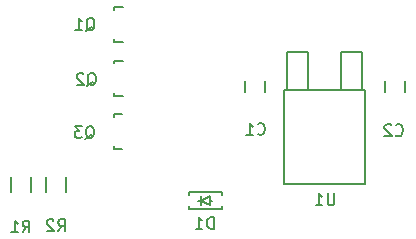
<source format=gbo>
G04 #@! TF.FileFunction,Legend,Bot*
%FSLAX46Y46*%
G04 Gerber Fmt 4.6, Leading zero omitted, Abs format (unit mm)*
G04 Created by KiCad (PCBNEW 4.0.1-stable) date 2/14/2016 11:26:41 PM*
%MOMM*%
G01*
G04 APERTURE LIST*
%ADD10C,0.100000*%
%ADD11C,0.150000*%
G04 APERTURE END LIST*
D10*
D11*
X107897000Y-66524000D02*
X107897000Y-63349000D01*
X107897000Y-63349000D02*
X109675000Y-63349000D01*
X109675000Y-63349000D02*
X109675000Y-66524000D01*
X103325000Y-66524000D02*
X103325000Y-63349000D01*
X103325000Y-63349000D02*
X105103000Y-63349000D01*
X105103000Y-63349000D02*
X105103000Y-66524000D01*
X109929000Y-72620000D02*
X109929000Y-66524000D01*
X109929000Y-66524000D02*
X103071000Y-66524000D01*
X103071000Y-66524000D02*
X103071000Y-74398000D01*
X103071000Y-74525000D02*
X109929000Y-74525000D01*
X109929000Y-74398000D02*
X109929000Y-72620000D01*
X99750000Y-66750000D02*
X99750000Y-65750000D01*
X101450000Y-65750000D02*
X101450000Y-66750000D01*
X111600000Y-66750000D02*
X111600000Y-65750000D01*
X113300000Y-65750000D02*
X113300000Y-66750000D01*
X97800000Y-75450000D02*
X97800000Y-75150000D01*
X97800000Y-75150000D02*
X95000000Y-75150000D01*
X95000000Y-75150000D02*
X95000000Y-75450000D01*
X95000000Y-76350000D02*
X95000000Y-76650000D01*
X95000000Y-76650000D02*
X97800000Y-76650000D01*
X97800000Y-76650000D02*
X97800000Y-76350000D01*
X96000000Y-75900000D02*
X95800000Y-75900000D01*
X96800000Y-75900000D02*
X97000000Y-75900000D01*
X96000000Y-75900000D02*
X96800000Y-76310000D01*
X96800000Y-76310000D02*
X96800000Y-75500000D01*
X96800000Y-75500000D02*
X96000000Y-75910000D01*
X96000000Y-76300000D02*
X96000000Y-75500000D01*
X88699760Y-62299160D02*
X88699760Y-62250900D01*
X89400800Y-59500180D02*
X88699760Y-59500180D01*
X88699760Y-59500180D02*
X88699760Y-59749100D01*
X88699760Y-62299160D02*
X88699760Y-62499820D01*
X88699760Y-62499820D02*
X89400800Y-62499820D01*
X88699760Y-66849160D02*
X88699760Y-66800900D01*
X89400800Y-64050180D02*
X88699760Y-64050180D01*
X88699760Y-64050180D02*
X88699760Y-64299100D01*
X88699760Y-66849160D02*
X88699760Y-67049820D01*
X88699760Y-67049820D02*
X89400800Y-67049820D01*
X88649760Y-71349160D02*
X88649760Y-71300900D01*
X89350800Y-68550180D02*
X88649760Y-68550180D01*
X88649760Y-68550180D02*
X88649760Y-68799100D01*
X88649760Y-71349160D02*
X88649760Y-71549820D01*
X88649760Y-71549820D02*
X89350800Y-71549820D01*
X81675000Y-75150000D02*
X81675000Y-73950000D01*
X79925000Y-73950000D02*
X79925000Y-75150000D01*
X82875000Y-73950000D02*
X82875000Y-75150000D01*
X84625000Y-75150000D02*
X84625000Y-73950000D01*
X107311905Y-75302381D02*
X107311905Y-76111905D01*
X107264286Y-76207143D01*
X107216667Y-76254762D01*
X107121429Y-76302381D01*
X106930952Y-76302381D01*
X106835714Y-76254762D01*
X106788095Y-76207143D01*
X106740476Y-76111905D01*
X106740476Y-75302381D01*
X105740476Y-76302381D02*
X106311905Y-76302381D01*
X106026191Y-76302381D02*
X106026191Y-75302381D01*
X106121429Y-75445238D01*
X106216667Y-75540476D01*
X106311905Y-75588095D01*
X100816666Y-70257143D02*
X100864285Y-70304762D01*
X101007142Y-70352381D01*
X101102380Y-70352381D01*
X101245238Y-70304762D01*
X101340476Y-70209524D01*
X101388095Y-70114286D01*
X101435714Y-69923810D01*
X101435714Y-69780952D01*
X101388095Y-69590476D01*
X101340476Y-69495238D01*
X101245238Y-69400000D01*
X101102380Y-69352381D01*
X101007142Y-69352381D01*
X100864285Y-69400000D01*
X100816666Y-69447619D01*
X99864285Y-70352381D02*
X100435714Y-70352381D01*
X100150000Y-70352381D02*
X100150000Y-69352381D01*
X100245238Y-69495238D01*
X100340476Y-69590476D01*
X100435714Y-69638095D01*
X112516666Y-70357143D02*
X112564285Y-70404762D01*
X112707142Y-70452381D01*
X112802380Y-70452381D01*
X112945238Y-70404762D01*
X113040476Y-70309524D01*
X113088095Y-70214286D01*
X113135714Y-70023810D01*
X113135714Y-69880952D01*
X113088095Y-69690476D01*
X113040476Y-69595238D01*
X112945238Y-69500000D01*
X112802380Y-69452381D01*
X112707142Y-69452381D01*
X112564285Y-69500000D01*
X112516666Y-69547619D01*
X112135714Y-69547619D02*
X112088095Y-69500000D01*
X111992857Y-69452381D01*
X111754761Y-69452381D01*
X111659523Y-69500000D01*
X111611904Y-69547619D01*
X111564285Y-69642857D01*
X111564285Y-69738095D01*
X111611904Y-69880952D01*
X112183333Y-70452381D01*
X111564285Y-70452381D01*
X97088095Y-78302381D02*
X97088095Y-77302381D01*
X96850000Y-77302381D01*
X96707142Y-77350000D01*
X96611904Y-77445238D01*
X96564285Y-77540476D01*
X96516666Y-77730952D01*
X96516666Y-77873810D01*
X96564285Y-78064286D01*
X96611904Y-78159524D01*
X96707142Y-78254762D01*
X96850000Y-78302381D01*
X97088095Y-78302381D01*
X95564285Y-78302381D02*
X96135714Y-78302381D01*
X95850000Y-78302381D02*
X95850000Y-77302381D01*
X95945238Y-77445238D01*
X96040476Y-77540476D01*
X96135714Y-77588095D01*
X86295238Y-61547619D02*
X86390476Y-61500000D01*
X86485714Y-61404762D01*
X86628571Y-61261905D01*
X86723810Y-61214286D01*
X86819048Y-61214286D01*
X86771429Y-61452381D02*
X86866667Y-61404762D01*
X86961905Y-61309524D01*
X87009524Y-61119048D01*
X87009524Y-60785714D01*
X86961905Y-60595238D01*
X86866667Y-60500000D01*
X86771429Y-60452381D01*
X86580952Y-60452381D01*
X86485714Y-60500000D01*
X86390476Y-60595238D01*
X86342857Y-60785714D01*
X86342857Y-61119048D01*
X86390476Y-61309524D01*
X86485714Y-61404762D01*
X86580952Y-61452381D01*
X86771429Y-61452381D01*
X85390476Y-61452381D02*
X85961905Y-61452381D01*
X85676191Y-61452381D02*
X85676191Y-60452381D01*
X85771429Y-60595238D01*
X85866667Y-60690476D01*
X85961905Y-60738095D01*
X86395238Y-66197619D02*
X86490476Y-66150000D01*
X86585714Y-66054762D01*
X86728571Y-65911905D01*
X86823810Y-65864286D01*
X86919048Y-65864286D01*
X86871429Y-66102381D02*
X86966667Y-66054762D01*
X87061905Y-65959524D01*
X87109524Y-65769048D01*
X87109524Y-65435714D01*
X87061905Y-65245238D01*
X86966667Y-65150000D01*
X86871429Y-65102381D01*
X86680952Y-65102381D01*
X86585714Y-65150000D01*
X86490476Y-65245238D01*
X86442857Y-65435714D01*
X86442857Y-65769048D01*
X86490476Y-65959524D01*
X86585714Y-66054762D01*
X86680952Y-66102381D01*
X86871429Y-66102381D01*
X86061905Y-65197619D02*
X86014286Y-65150000D01*
X85919048Y-65102381D01*
X85680952Y-65102381D01*
X85585714Y-65150000D01*
X85538095Y-65197619D01*
X85490476Y-65292857D01*
X85490476Y-65388095D01*
X85538095Y-65530952D01*
X86109524Y-66102381D01*
X85490476Y-66102381D01*
X86245238Y-70697619D02*
X86340476Y-70650000D01*
X86435714Y-70554762D01*
X86578571Y-70411905D01*
X86673810Y-70364286D01*
X86769048Y-70364286D01*
X86721429Y-70602381D02*
X86816667Y-70554762D01*
X86911905Y-70459524D01*
X86959524Y-70269048D01*
X86959524Y-69935714D01*
X86911905Y-69745238D01*
X86816667Y-69650000D01*
X86721429Y-69602381D01*
X86530952Y-69602381D01*
X86435714Y-69650000D01*
X86340476Y-69745238D01*
X86292857Y-69935714D01*
X86292857Y-70269048D01*
X86340476Y-70459524D01*
X86435714Y-70554762D01*
X86530952Y-70602381D01*
X86721429Y-70602381D01*
X85959524Y-69602381D02*
X85340476Y-69602381D01*
X85673810Y-69983333D01*
X85530952Y-69983333D01*
X85435714Y-70030952D01*
X85388095Y-70078571D01*
X85340476Y-70173810D01*
X85340476Y-70411905D01*
X85388095Y-70507143D01*
X85435714Y-70554762D01*
X85530952Y-70602381D01*
X85816667Y-70602381D01*
X85911905Y-70554762D01*
X85959524Y-70507143D01*
X80916666Y-78602381D02*
X81250000Y-78126190D01*
X81488095Y-78602381D02*
X81488095Y-77602381D01*
X81107142Y-77602381D01*
X81011904Y-77650000D01*
X80964285Y-77697619D01*
X80916666Y-77792857D01*
X80916666Y-77935714D01*
X80964285Y-78030952D01*
X81011904Y-78078571D01*
X81107142Y-78126190D01*
X81488095Y-78126190D01*
X79964285Y-78602381D02*
X80535714Y-78602381D01*
X80250000Y-78602381D02*
X80250000Y-77602381D01*
X80345238Y-77745238D01*
X80440476Y-77840476D01*
X80535714Y-77888095D01*
X83916666Y-78502381D02*
X84250000Y-78026190D01*
X84488095Y-78502381D02*
X84488095Y-77502381D01*
X84107142Y-77502381D01*
X84011904Y-77550000D01*
X83964285Y-77597619D01*
X83916666Y-77692857D01*
X83916666Y-77835714D01*
X83964285Y-77930952D01*
X84011904Y-77978571D01*
X84107142Y-78026190D01*
X84488095Y-78026190D01*
X83535714Y-77597619D02*
X83488095Y-77550000D01*
X83392857Y-77502381D01*
X83154761Y-77502381D01*
X83059523Y-77550000D01*
X83011904Y-77597619D01*
X82964285Y-77692857D01*
X82964285Y-77788095D01*
X83011904Y-77930952D01*
X83583333Y-78502381D01*
X82964285Y-78502381D01*
M02*

</source>
